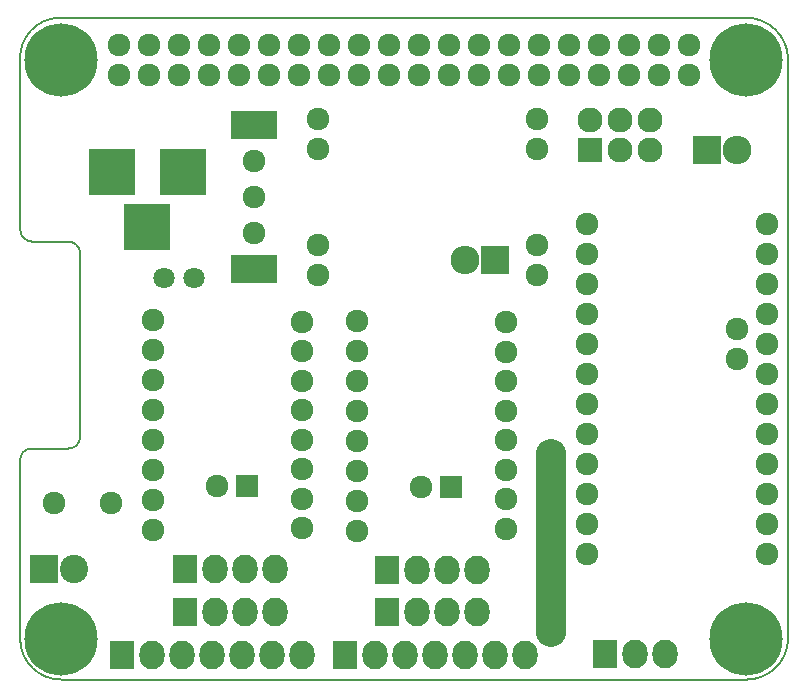
<source format=gts>
G04 #@! TF.FileFunction,Soldermask,Top*
%FSLAX46Y46*%
G04 Gerber Fmt 4.6, Leading zero omitted, Abs format (unit mm)*
G04 Created by KiCad (PCBNEW 4.0.2-stable) date 05/04/2016 23:50:18*
%MOMM*%
G01*
G04 APERTURE LIST*
%ADD10C,0.100000*%
%ADD11C,0.150000*%
%ADD12R,2.432000X2.432000*%
%ADD13O,2.432000X2.432000*%
%ADD14C,6.200000*%
%ADD15C,1.924000*%
%ADD16O,2.600000X17.600000*%
%ADD17R,3.900120X3.900120*%
%ADD18R,2.127200X2.432000*%
%ADD19O,2.127200X2.432000*%
%ADD20R,2.127200X2.127200*%
%ADD21O,2.127200X2.127200*%
%ADD22R,3.900000X2.400000*%
%ADD23R,1.924000X1.924000*%
%ADD24R,2.400000X2.400000*%
%ADD25C,2.400000*%
%ADD26C,1.797000*%
G04 APERTURE END LIST*
D10*
D11*
X81838800Y-79552800D02*
X81838800Y-63906400D01*
X76758800Y-81483200D02*
X76758800Y-96621600D01*
X80822800Y-80467200D02*
X77673200Y-80467200D01*
X77774800Y-62941200D02*
X80772000Y-62941200D01*
X76758800Y-47548800D02*
X76758800Y-61925200D01*
X138277600Y-100025200D02*
X80264000Y-100025200D01*
X141782800Y-96520000D02*
X141782800Y-47548800D01*
X80162400Y-43992800D02*
X138125200Y-43992800D01*
X80010000Y-43992800D02*
X80162400Y-43992800D01*
X80010000Y-43992800D02*
G75*
G03X76758800Y-47548800I152400J-3403600D01*
G01*
X80822800Y-80467200D02*
G75*
G03X81838800Y-79552800I50800J965200D01*
G01*
X76758800Y-61925200D02*
G75*
G03X77774800Y-62941200I1016000J0D01*
G01*
X81838800Y-63906400D02*
G75*
G03X80772000Y-62941200I-1016000J-50800D01*
G01*
X77673200Y-80467200D02*
G75*
G03X76758800Y-81483200I50800J-965200D01*
G01*
X138277600Y-100025200D02*
G75*
G03X141782800Y-96520000I0J3505200D01*
G01*
X141782800Y-47447200D02*
X141782800Y-47548800D01*
X141782800Y-47447200D02*
G75*
G03X138125200Y-43992800I-3556000J-101600D01*
G01*
X76758800Y-96621600D02*
G75*
G03X80264000Y-100025200I3454400J50800D01*
G01*
D12*
X116951760Y-64510920D03*
D13*
X114411760Y-64510920D03*
D14*
X138240000Y-96583500D03*
X80201000Y-96583500D03*
D15*
X85154000Y-48831500D03*
X85154000Y-46291500D03*
X87694000Y-48831500D03*
X87694000Y-46291500D03*
X90234000Y-48831500D03*
X90234000Y-46291500D03*
X92774000Y-48831500D03*
X92774000Y-46291500D03*
X95314000Y-48831500D03*
X95314000Y-46291500D03*
X97854000Y-48831500D03*
X97854000Y-46291500D03*
X100394000Y-48831500D03*
X100394000Y-46291500D03*
X102934000Y-48831500D03*
X102934000Y-46291500D03*
X105474000Y-48831500D03*
X105474000Y-46291500D03*
X108014000Y-48831500D03*
X108014000Y-46291500D03*
X110554000Y-48831500D03*
X110554000Y-46291500D03*
X113094000Y-48831500D03*
X113094000Y-46291500D03*
X115634000Y-48831500D03*
X115634000Y-46291500D03*
X118174000Y-48831500D03*
X118174000Y-46291500D03*
X120714000Y-48831500D03*
X120714000Y-46291500D03*
X123254000Y-48831500D03*
X123254000Y-46291500D03*
X125794000Y-48831500D03*
X125794000Y-46291500D03*
X128334000Y-48831500D03*
X128334000Y-46291500D03*
X130874000Y-48831500D03*
X130874000Y-46291500D03*
X133414000Y-48831500D03*
X133414000Y-46291500D03*
D14*
X80201000Y-47561500D03*
X138240000Y-47561500D03*
D16*
X121730000Y-88455500D03*
D15*
X102006000Y-52527200D03*
X102006000Y-55067200D03*
X102006000Y-63195200D03*
X102006000Y-65735200D03*
X120548000Y-52527200D03*
X120548000Y-55067200D03*
X120548000Y-63195200D03*
X120548000Y-65735200D03*
D17*
X90528140Y-57048400D03*
X84528660Y-57048400D03*
X87528400Y-61747400D03*
D18*
X126289000Y-97891600D03*
D19*
X128829000Y-97891600D03*
X131369000Y-97891600D03*
D18*
X107798000Y-94284800D03*
D19*
X110338000Y-94284800D03*
X112878000Y-94284800D03*
X115418000Y-94284800D03*
D18*
X90728800Y-94284800D03*
D19*
X93268800Y-94284800D03*
X95808800Y-94284800D03*
X98348800Y-94284800D03*
D18*
X107798000Y-90728800D03*
D19*
X110338000Y-90728800D03*
X112878000Y-90728800D03*
X115418000Y-90728800D03*
D18*
X90728800Y-90678000D03*
D19*
X93268800Y-90678000D03*
X95808800Y-90678000D03*
X98348800Y-90678000D03*
D20*
X124968000Y-55168800D03*
D21*
X124968000Y-52628800D03*
X127508000Y-55168800D03*
X127508000Y-52628800D03*
X130048000Y-55168800D03*
X130048000Y-52628800D03*
D18*
X85344000Y-97917000D03*
D19*
X87884000Y-97917000D03*
X90424000Y-97917000D03*
X92964000Y-97917000D03*
X95504000Y-97917000D03*
X98044000Y-97917000D03*
X100584000Y-97917000D03*
D22*
X96520000Y-53086000D03*
D15*
X96520000Y-59182000D03*
X96520000Y-56134000D03*
X96520000Y-62230000D03*
D22*
X96520000Y-65278000D03*
D15*
X124714000Y-61468000D03*
X124714000Y-64008000D03*
X124714000Y-66548000D03*
X124714000Y-69088000D03*
X124714000Y-71628000D03*
X124714000Y-74168000D03*
X124714000Y-76708000D03*
X124714000Y-79248000D03*
X124714000Y-81788000D03*
X124714000Y-84328000D03*
X124714000Y-86868000D03*
X124714000Y-89408000D03*
X139954000Y-89408000D03*
X139954000Y-86868000D03*
X139954000Y-84328000D03*
X139954000Y-81788000D03*
X139954000Y-79248000D03*
X139954000Y-76708000D03*
X139954000Y-74168000D03*
X139954000Y-71628000D03*
X139954000Y-69088000D03*
X139954000Y-66548000D03*
X139954000Y-64008000D03*
X139954000Y-61468000D03*
X137414000Y-72898000D03*
X137414000Y-70358000D03*
X105308000Y-69646800D03*
X105308000Y-72186800D03*
X105308000Y-74726800D03*
X105308000Y-77266800D03*
X105308000Y-79806800D03*
X105308000Y-82346800D03*
X105308000Y-84886800D03*
X105308000Y-87426800D03*
X117928000Y-87266800D03*
X117928000Y-84766800D03*
X117928000Y-82266800D03*
X117928000Y-79766800D03*
X117928000Y-77266800D03*
X117928000Y-74766800D03*
X117928000Y-72266800D03*
X117928000Y-69766800D03*
X88036400Y-69596000D03*
X88036400Y-72136000D03*
X88036400Y-74676000D03*
X88036400Y-77216000D03*
X88036400Y-79756000D03*
X88036400Y-82296000D03*
X88036400Y-84836000D03*
X88036400Y-87376000D03*
X100656400Y-87216000D03*
X100656400Y-84716000D03*
X100656400Y-82216000D03*
X100656400Y-79716000D03*
X100656400Y-77216000D03*
X100656400Y-74716000D03*
X100656400Y-72216000D03*
X100656400Y-69716000D03*
X84455000Y-85039200D03*
X79629000Y-85039200D03*
D12*
X134874000Y-55214500D03*
D13*
X137414000Y-55214500D03*
D18*
X104262000Y-97922100D03*
D19*
X106802000Y-97922100D03*
X109342000Y-97922100D03*
X111882000Y-97922100D03*
X114422000Y-97922100D03*
X116962000Y-97922100D03*
X119502000Y-97922100D03*
D23*
X95991700Y-83611700D03*
D15*
X93451700Y-83611700D03*
D23*
X113254000Y-83713300D03*
D15*
X110714000Y-83713300D03*
D24*
X78740000Y-90678000D03*
D25*
X81280000Y-90678000D03*
D26*
X91440000Y-66040000D03*
X88900000Y-66040000D03*
M02*

</source>
